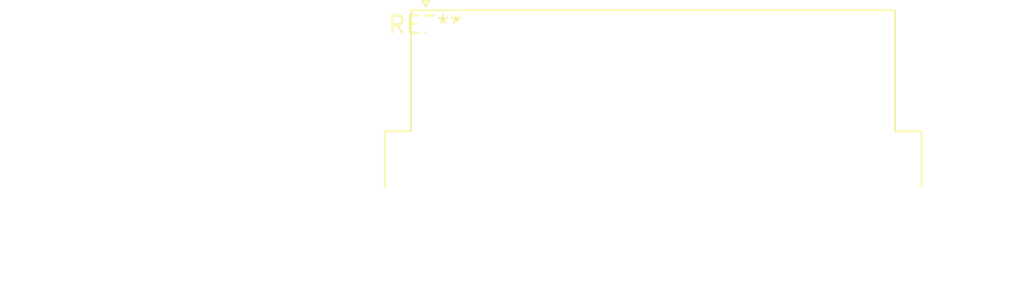
<source format=kicad_pcb>
(kicad_pcb (version 20240108) (generator pcbnew)
  (layers (0 "F.Cu" signal) (31 "B.Cu" signal) (34 "B.Paste" user) (35 "F.Paste" user) (36 "B.SilkS" user "B.Silkscreen") (37 "F.SilkS" user "F.Silkscreen") (38 "B.Mask" user) (39 "F.Mask" user) (44 "Edge.Cuts" user))
  (net 0 "")
  (footprint "DSUB-25_Male_Horizontal_P2.77x2.54mm_EdgePinOffset9.40mm" (layer "F.Cu") (at 0 0)
    (property "Reference" "REF**")
    (property "Value" "DSUB-25_Male_Horizontal_P2.77x2.54mm_EdgePinOffset9.40mm")
    (fp_line (start -2.99 7.78) (end -1.06 7.78) (layer "F.SilkS") (stroke (width 0.12)))
    (fp_line (start -2.99 11.88) (end -2.99 7.78) (layer "F.SilkS") (stroke (width 0.12)))
    (fp_line (start -1.06 -1.06) (end 34.3 -1.06) (layer "F.SilkS") (stroke (width 0.12)))
    (fp_line (start -1.06 7.78) (end -1.06 -1.06) (layer "F.SilkS") (stroke (width 0.12)))
    (fp_line (start -0.25 -1.754338) (end 0.25 -1.754338) (layer "F.SilkS") (stroke (width 0.12)))
    (fp_line (start 0 -1.321325) (end -0.25 -1.754338) (layer "F.SilkS") (stroke (width 0.12)))
    (fp_line (start 0.25 -1.754338) (end 0 -1.321325) (layer "F.SilkS") (stroke (width 0.12)))
    (fp_line (start 34.3 -1.06) (end 34.3 7.78) (layer "F.SilkS") (stroke (width 0.12)))
    (fp_line (start 34.3 7.78) (end 36.23 7.78) (layer "F.SilkS") (stroke (width 0.12)))
    (fp_line (start 36.23 7.78) (end 36.23 11.88) (layer "F.SilkS") (stroke (width 0.12)))
    (pad "1" thru_hole rect (at 0 0) (size 1.6 1.6) (drill 1) (layers *.Cu *.Mask) (remove_unused_layers))
    (pad "2" thru_hole circle (at 2.77 0) (size 1.6 1.6) (drill 1) (layers *.Cu *.Mask) (remove_unused_layers))
    (pad "3" thru_hole circle (at 5.54 0) (size 1.6 1.6) (drill 1) (layers *.Cu *.Mask) (remove_unused_layers))
    (pad "4" thru_hole circle (at 8.31 0) (size 1.6 1.6) (drill 1) (layers *.Cu *.Mask) (remove_unused_layers))
    (pad "5" thru_hole circle (at 11.08 0) (size 1.6 1.6) (drill 1) (layers *.Cu *.Mask) (remove_unused_layers))
    (pad "6" thru_hole circle (at 13.85 0) (size 1.6 1.6) (drill 1) (layers *.Cu *.Mask) (remove_unused_layers))
    (pad "7" thru_hole circle (at 16.62 0) (size 1.6 1.6) (drill 1) (layers *.Cu *.Mask) (remove_unused_layers))
    (pad "8" thru_hole circle (at 19.39 0) (size 1.6 1.6) (drill 1) (layers *.Cu *.Mask) (remove_unused_layers))
    (pad "9" thru_hole circle (at 22.16 0) (size 1.6 1.6) (drill 1) (layers *.Cu *.Mask) (remove_unused_layers))
    (pad "10" thru_hole circle (at 24.93 0) (size 1.6 1.6) (drill 1) (layers *.Cu *.Mask) (remove_unused_layers))
    (pad "11" thru_hole circle (at 27.7 0) (size 1.6 1.6) (drill 1) (layers *.Cu *.Mask) (remove_unused_layers))
    (pad "12" thru_hole circle (at 30.47 0) (size 1.6 1.6) (drill 1) (layers *.Cu *.Mask) (remove_unused_layers))
    (pad "13" thru_hole circle (at 33.24 0) (size 1.6 1.6) (drill 1) (layers *.Cu *.Mask) (remove_unused_layers))
    (pad "14" thru_hole circle (at 1.385 2.54) (size 1.6 1.6) (drill 1) (layers *.Cu *.Mask) (remove_unused_layers))
    (pad "15" thru_hole circle (at 4.155 2.54) (size 1.6 1.6) (drill 1) (layers *.Cu *.Mask) (remove_unused_layers))
    (pad "16" thru_hole circle (at 6.925 2.54) (size 1.6 1.6) (drill 1) (layers *.Cu *.Mask) (remove_unused_layers))
    (pad "17" thru_hole circle (at 9.695 2.54) (size 1.6 1.6) (drill 1) (layers *.Cu *.Mask) (remove_unused_layers))
    (pad "18" thru_hole circle (at 12.465 2.54) (size 1.6 1.6) (drill 1) (layers *.Cu *.Mask) (remove_unused_layers))
    (pad "19" thru_hole circle (at 15.235 2.54) (size 1.6 1.6) (drill 1) (layers *.Cu *.Mask) (remove_unused_layers))
    (pad "20" thru_hole circle (at 18.005 2.54) (size 1.6 1.6) (drill 1) (layers *.Cu *.Mask) (remove_unused_layers))
    (pad "21" thru_hole circle (at 20.775 2.54) (size 1.6 1.6) (drill 1) (layers *.Cu *.Mask) (remove_unused_layers))
    (pad "22" thru_hole circle (at 23.545 2.54) (size 1.6 1.6) (drill 1) (layers *.Cu *.Mask) (remove_unused_layers))
    (pad "23" thru_hole circle (at 26.315 2.54) (size 1.6 1.6) (drill 1) (layers *.Cu *.Mask) (remove_unused_layers))
    (pad "24" thru_hole circle (at 29.085 2.54) (size 1.6 1.6) (drill 1) (layers *.Cu *.Mask) (remove_unused_layers))
    (pad "25" thru_hole circle (at 31.855 2.54) (size 1.6 1.6) (drill 1) (layers *.Cu *.Mask) (remove_unused_layers))
  )
)
</source>
